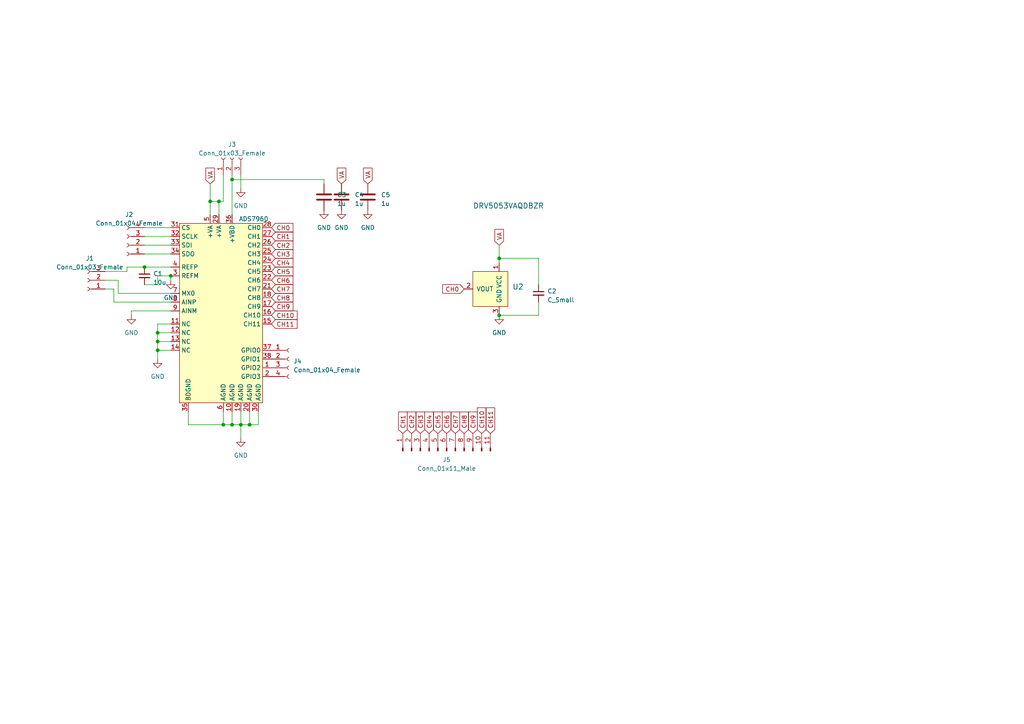
<source format=kicad_sch>
(kicad_sch (version 20220126) (generator eeschema)
  (paper "A4")
  (lib_symbols
    (symbol "Connector:Conn_01x03_Female" (pin_names (offset 1.016) hide)
      (property "Reference" "J" (at 0 5.08 0))
      (property "Value" "Conn_01x03_Female" (at 0 -5.08 0))
      (symbol "Conn_01x03_Female_1_1"
        (arc (start 0 -2.032) (mid -0.5058 -2.54) (end 0 -3.048) (stroke (width 0.1524)))
        (polyline (pts (xy -1.27 -2.54) (xy -0.508 -2.54)) (stroke (width 0.1524)))
        (polyline (pts (xy -1.27 0) (xy -0.508 0)) (stroke (width 0.1524)))
        (polyline (pts (xy -1.27 2.54) (xy -0.508 2.54)) (stroke (width 0.1524)))
        (arc (start 0 0.508) (mid -0.5058 0) (end 0 -0.508) (stroke (width 0.1524)))
        (arc (start 0 3.048) (mid -0.5058 2.54) (end 0 2.032) (stroke (width 0.1524)))
        (pin passive line (at -5.08 2.54 0) (length 3.81) (name "Pin_1") (number "1"))
        (pin passive line (at -5.08 0 0) (length 3.81) (name "Pin_2") (number "2"))
        (pin passive line (at -5.08 -2.54 0) (length 3.81) (name "Pin_3") (number "3"))
      )
    )
    (symbol "Connector:Conn_01x04_Female" (pin_names (offset 1.016) hide)
      (property "Reference" "J" (at 0 5.08 0))
      (property "Value" "Conn_01x04_Female" (at 0 -7.62 0))
      (symbol "Conn_01x04_Female_1_1"
        (arc (start 0 -4.572) (mid -0.5058 -5.08) (end 0 -5.588) (stroke (width 0.1524)))
        (arc (start 0 -2.032) (mid -0.5058 -2.54) (end 0 -3.048) (stroke (width 0.1524)))
        (polyline (pts (xy -1.27 -5.08) (xy -0.508 -5.08)) (stroke (width 0.1524)))
        (polyline (pts (xy -1.27 -2.54) (xy -0.508 -2.54)) (stroke (width 0.1524)))
        (polyline (pts (xy -1.27 0) (xy -0.508 0)) (stroke (width 0.1524)))
        (polyline (pts (xy -1.27 2.54) (xy -0.508 2.54)) (stroke (width 0.1524)))
        (arc (start 0 0.508) (mid -0.5058 0) (end 0 -0.508) (stroke (width 0.1524)))
        (arc (start 0 3.048) (mid -0.5058 2.54) (end 0 2.032) (stroke (width 0.1524)))
        (pin passive line (at -5.08 2.54 0) (length 3.81) (name "Pin_1") (number "1"))
        (pin passive line (at -5.08 0 0) (length 3.81) (name "Pin_2") (number "2"))
        (pin passive line (at -5.08 -2.54 0) (length 3.81) (name "Pin_3") (number "3"))
        (pin passive line (at -5.08 -5.08 0) (length 3.81) (name "Pin_4") (number "4"))
      )
    )
    (symbol "Connector:Conn_01x11_Male" (pin_names (offset 1.016) hide)
      (property "Reference" "J" (at 0 15.24 0))
      (property "Value" "Conn_01x11_Male" (at 0 -15.24 0))
      (symbol "Conn_01x11_Male_1_1"
        (polyline (pts (xy 1.27 -12.7) (xy 0.8636 -12.7)) (stroke (width 0.1524)))
        (polyline (pts (xy 1.27 -10.16) (xy 0.8636 -10.16)) (stroke (width 0.1524)))
        (polyline (pts (xy 1.27 -7.62) (xy 0.8636 -7.62)) (stroke (width 0.1524)))
        (polyline (pts (xy 1.27 -5.08) (xy 0.8636 -5.08)) (stroke (width 0.1524)))
        (polyline (pts (xy 1.27 -2.54) (xy 0.8636 -2.54)) (stroke (width 0.1524)))
        (polyline (pts (xy 1.27 0) (xy 0.8636 0)) (stroke (width 0.1524)))
        (polyline (pts (xy 1.27 2.54) (xy 0.8636 2.54)) (stroke (width 0.1524)))
        (polyline (pts (xy 1.27 5.08) (xy 0.8636 5.08)) (stroke (width 0.1524)))
        (polyline (pts (xy 1.27 7.62) (xy 0.8636 7.62)) (stroke (width 0.1524)))
        (polyline (pts (xy 1.27 10.16) (xy 0.8636 10.16)) (stroke (width 0.1524)))
        (polyline (pts (xy 1.27 12.7) (xy 0.8636 12.7)) (stroke (width 0.1524)))
        (rectangle (start 0.8636 -12.573) (end 0 -12.827) (stroke (width 0.1524)) (fill (type outline)))
        (rectangle (start 0.8636 -10.033) (end 0 -10.287) (stroke (width 0.1524)) (fill (type outline)))
        (rectangle (start 0.8636 -7.493) (end 0 -7.747) (stroke (width 0.1524)) (fill (type outline)))
        (rectangle (start 0.8636 -4.953) (end 0 -5.207) (stroke (width 0.1524)) (fill (type outline)))
        (rectangle (start 0.8636 -2.413) (end 0 -2.667) (stroke (width 0.1524)) (fill (type outline)))
        (rectangle (start 0.8636 0.127) (end 0 -0.127) (stroke (width 0.1524)) (fill (type outline)))
        (rectangle (start 0.8636 2.667) (end 0 2.413) (stroke (width 0.1524)) (fill (type outline)))
        (rectangle (start 0.8636 5.207) (end 0 4.953) (stroke (width 0.1524)) (fill (type outline)))
        (rectangle (start 0.8636 7.747) (end 0 7.493) (stroke (width 0.1524)) (fill (type outline)))
        (rectangle (start 0.8636 10.287) (end 0 10.033) (stroke (width 0.1524)) (fill (type outline)))
        (rectangle (start 0.8636 12.827) (end 0 12.573) (stroke (width 0.1524)) (fill (type outline)))
        (pin passive line (at 5.08 12.7 180) (length 3.81) (name "Pin_1") (number "1"))
        (pin passive line (at 5.08 -10.16 180) (length 3.81) (name "Pin_10") (number "10"))
        (pin passive line (at 5.08 -12.7 180) (length 3.81) (name "Pin_11") (number "11"))
        (pin passive line (at 5.08 10.16 180) (length 3.81) (name "Pin_2") (number "2"))
        (pin passive line (at 5.08 7.62 180) (length 3.81) (name "Pin_3") (number "3"))
        (pin passive line (at 5.08 5.08 180) (length 3.81) (name "Pin_4") (number "4"))
        (pin passive line (at 5.08 2.54 180) (length 3.81) (name "Pin_5") (number "5"))
        (pin passive line (at 5.08 0 180) (length 3.81) (name "Pin_6") (number "6"))
        (pin passive line (at 5.08 -2.54 180) (length 3.81) (name "Pin_7") (number "7"))
        (pin passive line (at 5.08 -5.08 180) (length 3.81) (name "Pin_8") (number "8"))
        (pin passive line (at 5.08 -7.62 180) (length 3.81) (name "Pin_9") (number "9"))
      )
    )
    (symbol "Device:C" (pin_numbers hide) (pin_names (offset 0.254))
      (property "Reference" "C" (at 0.635 2.54 0))
      (property "Value" "C" (at 0.635 -2.54 0))
      (symbol "C_0_1"
        (polyline (pts (xy -2.032 -0.762) (xy 2.032 -0.762)) (stroke (width 0.508)))
        (polyline (pts (xy -2.032 0.762) (xy 2.032 0.762)) (stroke (width 0.508)))
      )
      (symbol "C_1_1"
        (pin passive line (at 0 3.81 270) (length 2.794) (name "~") (number "1"))
        (pin passive line (at 0 -3.81 90) (length 2.794) (name "~") (number "2"))
      )
    )
    (symbol "Device:C_Small" (pin_numbers hide) (pin_names (offset 0.254) hide)
      (property "Reference" "C" (at 0.254 1.778 0))
      (property "Value" "C_Small" (at 0.254 -2.032 0))
      (symbol "C_Small_0_1"
        (polyline (pts (xy -1.524 -0.508) (xy 1.524 -0.508)) (stroke (width 0.3302)))
        (polyline (pts (xy -1.524 0.508) (xy 1.524 0.508)) (stroke (width 0.3048)))
      )
      (symbol "C_Small_1_1"
        (pin passive line (at 0 2.54 270) (length 2.032) (name "~") (number "1"))
        (pin passive line (at 0 -2.54 90) (length 2.032) (name "~") (number "2"))
      )
    )
    (symbol "New_Library:ADS7960"
      (property "Value" "ADS7960" (at 6.35 -6.35 0))
      (symbol "ADS7960_0_1"
        (polyline (pts (xy -7.62 12.7) (xy 16.51 12.7) (xy 16.51 -39.37) (xy -7.62 -39.37) (xy -7.62 12.7)) (fill (type color) (color 255 255 194 1)))
      )
      (symbol "ADS7960_1_1"
        (pin bidirectional line (at 19.05 -29.21 180) (length 2.54) (name "GPIO2") (number "1"))
        (pin input line (at 7.62 -41.91 90) (length 2.54) (name "AGND") (number "10"))
        (pin input line (at -10.16 -16.51 0) (length 2.54) (name "NC") (number "11"))
        (pin input line (at -10.16 -19.05 0) (length 2.54) (name "NC") (number "12"))
        (pin input line (at -10.16 -21.59 0) (length 2.54) (name "NC") (number "13"))
        (pin input line (at -10.16 -24.13 0) (length 2.54) (name "NC") (number "14"))
        (pin input line (at 19.05 -16.51 180) (length 2.54) (name "CH11") (number "15"))
        (pin input line (at 19.05 -13.97 180) (length 2.54) (name "CH10") (number "16"))
        (pin input line (at 19.05 -11.43 180) (length 2.54) (name "CH9") (number "17"))
        (pin input line (at 19.05 -8.89 180) (length 2.54) (name "CH8") (number "18"))
        (pin input line (at 10.16 -41.91 90) (length 2.54) (name "AGND") (number "19"))
        (pin bidirectional line (at 19.05 -31.75 180) (length 2.54) (name "GPIO3") (number "2"))
        (pin input line (at 12.7 -41.91 90) (length 2.54) (name "AGND") (number "20"))
        (pin input line (at 19.05 -6.35 180) (length 2.54) (name "CH7") (number "21"))
        (pin input line (at 19.05 -3.81 180) (length 2.54) (name "CH6") (number "22"))
        (pin input line (at 19.05 -1.27 180) (length 2.54) (name "CH5") (number "23"))
        (pin input line (at 19.05 1.27 180) (length 2.54) (name "CH4") (number "24"))
        (pin input line (at 19.05 3.81 180) (length 2.54) (name "CH3") (number "25"))
        (pin input line (at 19.05 6.35 180) (length 2.54) (name "CH2") (number "26"))
        (pin input line (at 19.05 8.89 180) (length 2.54) (name "CH1") (number "27"))
        (pin input line (at 19.05 11.43 180) (length 2.54) (name "CH0") (number "28"))
        (pin input line (at 3.81 15.24 270) (length 2.54) (name "+VA") (number "29"))
        (pin input line (at -10.16 -2.54 0) (length 2.54) (name "REFM") (number "3"))
        (pin input line (at 15.24 -41.91 90) (length 2.54) (name "AGND") (number "30"))
        (pin input line (at -10.16 11.43 0) (length 2.54) (name "CS") (number "31"))
        (pin input line (at -10.16 8.89 0) (length 2.54) (name "SCLK") (number "32"))
        (pin input line (at -10.16 6.35 0) (length 2.54) (name "SDI") (number "33"))
        (pin output line (at -10.16 3.81 0) (length 2.54) (name "SDO") (number "34"))
        (pin input line (at -5.08 -41.91 90) (length 2.54) (name "BDGND") (number "35"))
        (pin input line (at 7.62 15.24 270) (length 2.54) (name "+VBD") (number "36"))
        (pin bidirectional line (at 19.05 -24.13 180) (length 2.54) (name "GPIO0") (number "37"))
        (pin bidirectional line (at 19.05 -26.67 180) (length 2.54) (name "GPIO1") (number "38"))
        (pin input line (at -10.16 0 0) (length 2.54) (name "REFP") (number "4"))
        (pin input line (at 1.27 15.24 270) (length 2.54) (name "+VA") (number "5"))
        (pin input line (at 5.08 -41.91 90) (length 2.54) (name "AGND") (number "6"))
        (pin input line (at -10.16 -7.62 0) (length 2.54) (name "MX0") (number "7"))
        (pin input line (at -10.16 -10.16 0) (length 2.54) (name "AINP") (number "8"))
        (pin input line (at -10.16 -12.7 0) (length 2.54) (name "AINM") (number "9"))
      )
    )
    (symbol "dk_Magnetic-Sensors-Linear-Compass-ICs:DRV5053VAQDBZR" (pin_names (offset 1.016))
      (property "Reference" "U" (at -2.54 7.62 0))
      (property "Value" "DRV5053VAQDBZR" (at 5.08 -7.62 0))
      (symbol "DRV5053VAQDBZR_0_1"
        (rectangle (start 10.16 5.08) (end 0 -5.08) (fill (type background)))
      )
      (symbol "DRV5053VAQDBZR_1_1"
        (pin power_in line (at 2.54 7.62 270) (length 2.54) (name "VCC") (number "1"))
        (pin output line (at 12.7 0 180) (length 2.54) (name "VOUT") (number "2"))
        (pin power_in line (at 2.54 -7.62 90) (length 2.54) (name "GND") (number "3"))
      )
    )
    (symbol "power:GND" (power) (pin_names (offset 0))
      (property "Value" "GND" (at 0 -3.81 0))
      (symbol "GND_0_1"
        (polyline (pts (xy 0 0) (xy 0 -1.27) (xy 1.27 -1.27) (xy 0 -2.54) (xy -1.27 -1.27) (xy 0 -1.27)))
      )
      (symbol "GND_1_1"
        (pin power_in line (at 0 0 270) (length 0) hide (name "GND") (number "1"))
      )
    )
  )
  (junction (at 41.91 77.47))
  (junction (at 49.53 80.01))
  (junction (at 63.5 58.42))
  (junction (at 60.96 58.42))
  (junction (at 69.85 123.19))
  (junction (at 45.72 101.6))
  (junction (at 72.39 123.19))
  (junction (at 144.78 74.93))
  (junction (at 64.77 123.19))
  (junction (at 67.31 52.07))
  (junction (at 67.31 123.19))
  (junction (at 45.72 96.52))
  (junction (at 144.78 91.44))
  (junction (at 45.72 99.06))
  (wire (pts (xy 49.53 77.47) (xy 41.91 77.47)))
  (wire (pts (xy 156.21 74.93) (xy 156.21 82.55)))
  (wire (pts (xy 63.5 58.42) (xy 63.5 62.23)))
  (wire (pts (xy 144.78 74.93) (xy 144.78 76.2)))
  (wire (pts (xy 45.72 82.55) (xy 45.72 80.01)))
  (wire (pts (xy 144.78 71.12) (xy 144.78 74.93)))
  (wire (pts (xy 36.83 77.47) (xy 36.83 78.74)))
  (wire (pts (xy 69.85 119.38) (xy 69.85 123.19)))
  (wire (pts (xy 41.91 68.58) (xy 49.53 68.58)))
  (wire (pts (xy 54.61 119.38) (xy 54.61 123.19)))
  (wire (pts (xy 54.61 123.19) (xy 64.77 123.19)))
  (wire (pts (xy 36.83 78.74) (xy 30.48 78.74)))
  (wire (pts (xy 67.31 50.8) (xy 67.31 52.07)))
  (wire (pts (xy 156.21 87.63) (xy 156.21 91.44)))
  (wire (pts (xy 144.78 74.93) (xy 156.21 74.93)))
  (wire (pts (xy 69.85 123.19) (xy 69.85 127)))
  (wire (pts (xy 64.77 50.8) (xy 64.77 58.42)))
  (wire (pts (xy 64.77 58.42) (xy 63.5 58.42)))
  (wire (pts (xy 64.77 123.19) (xy 67.31 123.19)))
  (wire (pts (xy 72.39 119.38) (xy 72.39 123.19)))
  (wire (pts (xy 34.29 85.09) (xy 34.29 81.28)))
  (wire (pts (xy 67.31 52.07) (xy 93.98 52.07)))
  (wire (pts (xy 67.31 52.07) (xy 67.31 62.23)))
  (wire (pts (xy 45.72 101.6) (xy 49.53 101.6)))
  (wire (pts (xy 64.77 119.38) (xy 64.77 123.19)))
  (wire (pts (xy 60.96 62.23) (xy 60.96 58.42)))
  (wire (pts (xy 45.72 99.06) (xy 45.72 101.6)))
  (wire (pts (xy 69.85 50.8) (xy 69.85 54.61)))
  (wire (pts (xy 45.72 101.6) (xy 45.72 104.14)))
  (wire (pts (xy 60.96 53.34) (xy 60.96 58.42)))
  (wire (pts (xy 93.98 52.07) (xy 93.98 53.34)))
  (wire (pts (xy 41.91 77.47) (xy 36.83 77.47)))
  (wire (pts (xy 38.1 90.17) (xy 38.1 91.44)))
  (wire (pts (xy 49.53 90.17) (xy 38.1 90.17)))
  (wire (pts (xy 45.72 96.52) (xy 45.72 99.06)))
  (wire (pts (xy 45.72 96.52) (xy 49.53 96.52)))
  (wire (pts (xy 156.21 91.44) (xy 144.78 91.44)))
  (wire (pts (xy 49.53 85.09) (xy 34.29 85.09)))
  (wire (pts (xy 34.29 81.28) (xy 30.48 81.28)))
  (wire (pts (xy 41.91 82.55) (xy 45.72 82.55)))
  (wire (pts (xy 45.72 80.01) (xy 49.53 80.01)))
  (wire (pts (xy 69.85 123.19) (xy 72.39 123.19)))
  (wire (pts (xy 41.91 71.12) (xy 49.53 71.12)))
  (wire (pts (xy 67.31 119.38) (xy 67.31 123.19)))
  (wire (pts (xy 49.53 81.28) (xy 49.53 80.01)))
  (wire (pts (xy 74.93 119.38) (xy 74.93 123.19)))
  (wire (pts (xy 67.31 123.19) (xy 69.85 123.19)))
  (wire (pts (xy 33.02 83.82) (xy 30.48 83.82)))
  (wire (pts (xy 49.53 87.63) (xy 33.02 87.63)))
  (wire (pts (xy 45.72 93.98) (xy 45.72 96.52)))
  (wire (pts (xy 60.96 58.42) (xy 63.5 58.42)))
  (wire (pts (xy 72.39 123.19) (xy 74.93 123.19)))
  (wire (pts (xy 49.53 93.98) (xy 45.72 93.98)))
  (wire (pts (xy 41.91 66.04) (xy 49.53 66.04)))
  (wire (pts (xy 45.72 99.06) (xy 49.53 99.06)))
  (wire (pts (xy 33.02 87.63) (xy 33.02 83.82)))
  (wire (pts (xy 41.91 73.66) (xy 49.53 73.66)))
  (global_label "CH1" (shape input) (at 116.84 125.73 90) (property "Intersheetrefs" "${INTERSHEET_REFS}" (at 116.84 119.173 90) (effects (justify left))))
  (global_label "CH1" (shape input) (at 78.74 68.58 0) (property "Intersheetrefs" "${INTERSHEET_REFS}" (at 85.297 68.58 0) (effects (justify left))))
  (global_label "CH4" (shape input) (at 124.46 125.73 90) (property "Intersheetrefs" "${INTERSHEET_REFS}" (at 124.46 119.173 90) (effects (justify left))))
  (global_label "CH0" (shape input) (at 78.74 66.04 0) (property "Intersheetrefs" "${INTERSHEET_REFS}" (at 85.297 66.04 0) (effects (justify left))))
  (global_label "VA" (shape input) (at 99.06 53.34 90) (property "Intersheetrefs" "${INTERSHEET_REFS}" (at 99.06 48.4158 90) (effects (justify left))))
  (global_label "CH4" (shape input) (at 78.74 76.2 0) (property "Intersheetrefs" "${INTERSHEET_REFS}" (at 85.297 76.2 0) (effects (justify left))))
  (global_label "CH5" (shape input) (at 127 125.73 90) (property "Intersheetrefs" "${INTERSHEET_REFS}" (at 127 119.173 90) (effects (justify left))))
  (global_label "CH10" (shape input) (at 78.74 91.44 0) (property "Intersheetrefs" "${INTERSHEET_REFS}" (at 86.5065 91.44 0) (effects (justify left))))
  (global_label "CH6" (shape input) (at 78.74 81.28 0) (property "Intersheetrefs" "${INTERSHEET_REFS}" (at 85.297 81.28 0) (effects (justify left))))
  (global_label "CH3" (shape input) (at 78.74 73.66 0) (property "Intersheetrefs" "${INTERSHEET_REFS}" (at 85.297 73.66 0) (effects (justify left))))
  (global_label "VA" (shape input) (at 144.78 71.12 90) (property "Intersheetrefs" "${INTERSHEET_REFS}" (at 144.78 66.1958 90) (effects (justify left))))
  (global_label "CH0" (shape input) (at 134.62 83.82 180) (property "Intersheetrefs" "${INTERSHEET_REFS}" (at 128.063 83.82 0) (effects (justify right))))
  (global_label "CH7" (shape input) (at 132.08 125.73 90) (property "Intersheetrefs" "${INTERSHEET_REFS}" (at 132.08 119.173 90) (effects (justify left))))
  (global_label "CH2" (shape input) (at 119.38 125.73 90) (property "Intersheetrefs" "${INTERSHEET_REFS}" (at 119.38 119.173 90) (effects (justify left))))
  (global_label "CH7" (shape input) (at 78.74 83.82 0) (property "Intersheetrefs" "${INTERSHEET_REFS}" (at 85.297 83.82 0) (effects (justify left))))
  (global_label "VA" (shape input) (at 60.96 53.34 90) (property "Intersheetrefs" "${INTERSHEET_REFS}" (at 60.96 48.4158 90) (effects (justify left))))
  (global_label "CH6" (shape input) (at 129.54 125.73 90) (property "Intersheetrefs" "${INTERSHEET_REFS}" (at 129.54 119.173 90) (effects (justify left))))
  (global_label "CH8" (shape input) (at 78.74 86.36 0) (property "Intersheetrefs" "${INTERSHEET_REFS}" (at 85.297 86.36 0) (effects (justify left))))
  (global_label "CH9" (shape input) (at 137.16 125.73 90) (property "Intersheetrefs" "${INTERSHEET_REFS}" (at 137.16 119.173 90) (effects (justify left))))
  (global_label "CH11" (shape input) (at 142.24 125.73 90) (property "Intersheetrefs" "${INTERSHEET_REFS}" (at 142.24 117.9635 90) (effects (justify left))))
  (global_label "CH3" (shape input) (at 121.92 125.73 90) (property "Intersheetrefs" "${INTERSHEET_REFS}" (at 121.92 119.173 90) (effects (justify left))))
  (global_label "VA" (shape input) (at 106.68 53.34 90) (property "Intersheetrefs" "${INTERSHEET_REFS}" (at 106.68 48.4158 90) (effects (justify left))))
  (global_label "CH10" (shape input) (at 139.7 125.73 90) (property "Intersheetrefs" "${INTERSHEET_REFS}" (at 139.7 117.9635 90) (effects (justify left))))
  (global_label "CH11" (shape input) (at 78.74 93.98 0) (property "Intersheetrefs" "${INTERSHEET_REFS}" (at 86.5065 93.98 0) (effects (justify left))))
  (global_label "CH2" (shape input) (at 78.74 71.12 0) (property "Intersheetrefs" "${INTERSHEET_REFS}" (at 85.297 71.12 0) (effects (justify left))))
  (global_label "CH5" (shape input) (at 78.74 78.74 0) (property "Intersheetrefs" "${INTERSHEET_REFS}" (at 85.297 78.74 0) (effects (justify left))))
  (global_label "CH8" (shape input) (at 134.62 125.73 90) (property "Intersheetrefs" "${INTERSHEET_REFS}" (at 134.62 119.173 90) (effects (justify left))))
  (global_label "CH9" (shape input) (at 78.74 88.9 0) (property "Intersheetrefs" "${INTERSHEET_REFS}" (at 85.297 88.9 0) (effects (justify left))))
  (symbol (lib_id "New_Library:ADS7960") (at 59.69 77.47 0) (unit 1)
    (property "Reference" "U1" (effects hide))
    (property "Value" "ADS7960" (at 69.2609 63.5 0) (effects (justify left)))
    (property "Footprint" "Package_SO:TSSOP-38_4.4x9.7mm_P0.5mm" (effects hide))
  )
  (symbol (lib_id "Device:C") (at 99.06 57.15 0) (unit 1)
    (property "Reference" "C4" (at 102.87 56.515 0) (effects (justify left)))
    (property "Value" "1u" (at 102.87 59.055 0) (effects (justify left)))
    (property "Footprint" "Capacitor_THT:CP_Radial_D4.0mm_P1.50mm" (effects hide))
  )
  (symbol (lib_id "power:GND") (at 49.53 81.28 0) (unit 1)
    (property "Reference" "#PWR0105" (effects hide))
    (property "Value" "GND" (at 49.53 86.36 0))
  )
  (symbol (lib_id "Connector:Conn_01x04_Female") (at 36.83 71.12 180) (unit 1)
    (property "Reference" "J2" (at 37.465 62.23 0))
    (property "Value" "Conn_01x04_Female" (at 37.465 64.77 0))
    (property "Footprint" "Connector_PinHeader_2.54mm:PinHeader_1x04_P2.54mm_Vertical" (effects hide))
  )
  (symbol (lib_id "power:GND") (at 99.06 60.96 0) (unit 1)
    (property "Reference" "#PWR0108" (effects hide))
    (property "Value" "GND" (at 99.06 66.04 0))
  )
  (symbol (lib_id "power:GND") (at 69.85 54.61 0) (unit 1)
    (property "Reference" "#PWR0104" (effects hide))
    (property "Value" "GND" (at 69.85 59.69 0))
  )
  (symbol (lib_id "power:GND") (at 38.1 91.44 0) (unit 1)
    (property "Reference" "#PWR0101" (effects hide))
    (property "Value" "GND" (at 38.1 96.52 0))
  )
  (symbol (lib_id "power:GND") (at 144.78 91.44 0) (unit 1)
    (property "Reference" "#PWR0106" (effects hide))
    (property "Value" "GND" (at 144.78 96.52 0))
  )
  (symbol (lib_id "Connector:Conn_01x03_Female") (at 25.4 81.28 180) (unit 1)
    (property "Reference" "J1" (at 26.035 74.93 0))
    (property "Value" "Conn_01x03_Female" (at 26.035 77.47 0))
    (property "Footprint" "Connector_PinHeader_2.54mm:PinHeader_1x03_P2.54mm_Horizontal" (effects hide))
  )
  (symbol (lib_id "dk_Magnetic-Sensors-Linear-Compass-ICs:DRV5053VAQDBZR") (at 147.32 83.82 0) (mirror y) (unit 1)
    (property "Reference" "U2" (at 148.59 83.185 0) (effects (font (size 1.524 1.524)) (justify right)))
    (property "Value" "DRV5053VAQDBZR" (at 137.16 59.69 0) (effects (font (size 1.524 1.524)) (justify right)))
    (property "Footprint" "Package_TO_SOT_SMD:SOT-23-5_HandSoldering" (effects hide))
    (property "Datasheet" "http://www.ti.com/general/docs/suppproductinfo.tsp?distId=10&gotoUrl=http%3A%2F%2Fwww.ti.com%2Flit%2Fgpn%2Fdrv5053" (effects hide))
    (property "Digi-Key_PN" "296-38460-1-ND" (effects hide))
    (property "MPN" "DRV5053VAQDBZR" (effects hide))
    (property "Category" "Sensors, Transducers" (effects hide))
    (property "Family" "Magnetic Sensors - Linear, Compass (ICs)" (effects hide))
    (property "DK_Datasheet_Link" "http://www.ti.com/general/docs/suppproductinfo.tsp?distId=10&gotoUrl=http%3A%2F%2Fwww.ti.com%2Flit%2Fgpn%2Fdrv5053" (effects hide))
    (property "DK_Detail_Page" "/product-detail/en/texas-instruments/DRV5053VAQDBZR/296-38460-1-ND/5022225" (effects hide))
    (property "Description" "SENSOR HALL ANALOG SOT23-3" (effects hide))
    (property "Manufacturer" "Texas Instruments" (effects hide))
    (property "Status" "Active" (effects hide))
  )
  (symbol (lib_id "Connector:Conn_01x11_Male") (at 129.54 130.81 90) (unit 1)
    (property "Reference" "J5" (at 129.54 133.35 90))
    (property "Value" "Conn_01x11_Male" (at 129.54 135.89 90))
    (property "Footprint" "Connector_PinHeader_2.54mm:PinHeader_1x11_P2.54mm_Horizontal" (effects hide))
  )
  (symbol (lib_id "Device:C") (at 106.68 57.15 0) (unit 1)
    (property "Reference" "C5" (at 110.49 56.515 0) (effects (justify left)))
    (property "Value" "1u" (at 110.49 59.055 0) (effects (justify left)))
    (property "Footprint" "Capacitor_THT:CP_Radial_D4.0mm_P1.50mm" (effects hide))
  )
  (symbol (lib_id "Device:C") (at 93.98 57.15 0) (unit 1)
    (property "Reference" "C3" (at 97.79 56.515 0) (effects (justify left)))
    (property "Value" "1u" (at 97.79 59.055 0) (effects (justify left)))
    (property "Footprint" "Capacitor_THT:CP_Radial_D4.0mm_P1.50mm" (effects hide))
  )
  (symbol (lib_id "Connector:Conn_01x03_Female") (at 67.31 45.72 90) (unit 1)
    (property "Reference" "J3" (at 67.31 41.91 90))
    (property "Value" "Conn_01x03_Female" (at 67.31 44.45 90))
    (property "Footprint" "Connector_PinHeader_2.54mm:PinHeader_1x03_P2.54mm_Horizontal" (effects hide))
  )
  (symbol (lib_id "power:GND") (at 106.68 60.96 0) (unit 1)
    (property "Reference" "#PWR0107" (effects hide))
    (property "Value" "GND" (at 106.68 66.04 0))
  )
  (symbol (lib_id "Device:C_Small") (at 156.21 85.09 0) (unit 1)
    (property "Reference" "C2" (at 158.75 84.4613 0) (effects (justify left)))
    (property "Value" "C_Small" (at 158.75 87.0013 0) (effects (justify left)))
    (property "Footprint" "Capacitor_THT:CP_Radial_D4.0mm_P1.50mm" (effects hide))
  )
  (symbol (lib_id "Device:C_Small") (at 41.91 80.01 0) (unit 1)
    (property "Reference" "C1" (at 44.45 79.3813 0) (effects (justify left)))
    (property "Value" "10u" (at 44.45 81.9213 0) (effects (justify left)))
    (property "Footprint" "Capacitor_THT:CP_Radial_D4.0mm_P1.50mm" (effects hide))
  )
  (symbol (lib_id "power:GND") (at 93.98 60.96 0) (unit 1)
    (property "Reference" "#PWR0109" (effects hide))
    (property "Value" "GND" (at 93.98 66.04 0))
  )
  (symbol (lib_id "power:GND") (at 45.72 104.14 0) (unit 1)
    (property "Reference" "#PWR0102" (effects hide))
    (property "Value" "GND" (at 45.72 109.22 0))
  )
  (symbol (lib_id "power:GND") (at 69.85 127 0) (unit 1)
    (property "Reference" "#PWR0103" (effects hide))
    (property "Value" "GND" (at 69.85 132.08 0))
  )
  (symbol (lib_id "Connector:Conn_01x04_Female") (at 83.82 104.14 0) (unit 1)
    (property "Reference" "J4" (at 85.09 104.775 0) (effects (justify left)))
    (property "Value" "Conn_01x04_Female" (at 85.09 107.315 0) (effects (justify left)))
    (property "Footprint" "Connector_PinHeader_2.54mm:PinHeader_1x04_P2.54mm_Vertical" (effects hide))
  )
)
</source>
